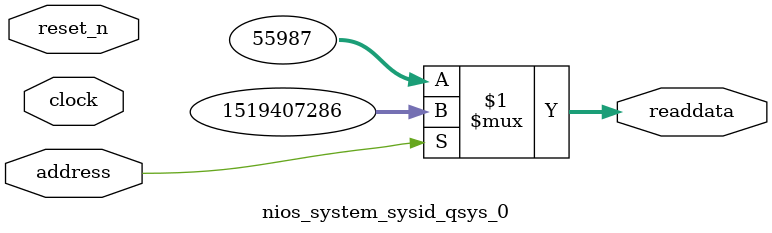
<source format=v>



// synthesis translate_off
`timescale 1ns / 1ps
// synthesis translate_on

// turn off superfluous verilog processor warnings 
// altera message_level Level1 
// altera message_off 10034 10035 10036 10037 10230 10240 10030 

module nios_system_sysid_qsys_0 (
               // inputs:
                address,
                clock,
                reset_n,

               // outputs:
                readdata
             )
;

  output  [ 31: 0] readdata;
  input            address;
  input            clock;
  input            reset_n;

  wire    [ 31: 0] readdata;
  //control_slave, which is an e_avalon_slave
  assign readdata = address ? 1519407286 : 55987;

endmodule



</source>
